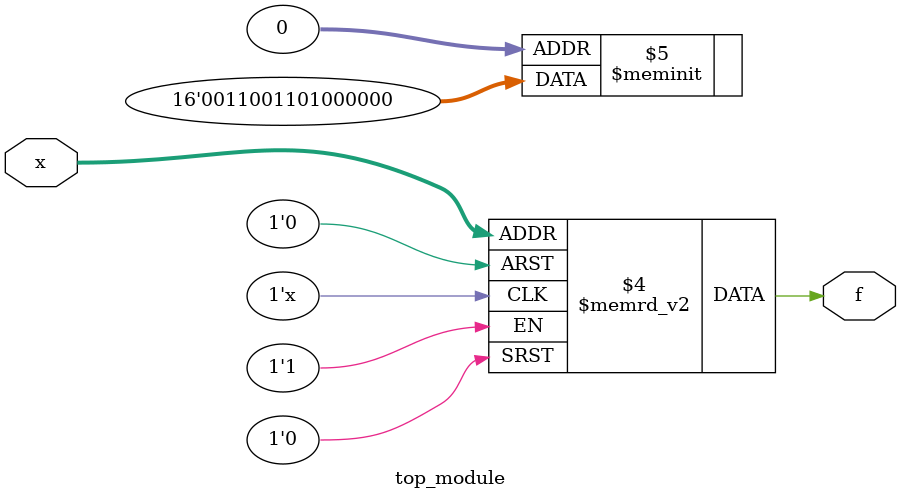
<source format=sv>
module top_module (
	input [4:1] x,
	output logic f
);

always @(*) begin
    case (x)
        4'b0000: f = 1'b0;  // don't-care, assuming 0
        4'b0001: f = 1'b0;
        4'b0010: f = 1'b0;  // don't-care, assuming 0
        4'b0011: f = 1'b0;  // don't-care, assuming 0
        4'b0100: f = 1'b0;
        4'b0101: f = 1'b0;  // don't-care, assuming 0
        4'b0110: f = 1'b1;
        4'b0111: f = 1'b0;
        4'b1000: f = 1'b1;
        4'b1001: f = 1'b1;
        4'b1010: f = 1'b0;
        4'b1011: f = 1'b0;  // don't-care, assuming 0
        4'b1100: f = 1'b1;
        4'b1101: f = 1'b1;
        4'b1110: f = 1'b0;  // don't-care, assuming 0
        4'b1111: f = 1'b0;  // don't-care, assuming 0
        default: f = 1'b0;  // Default case for any invalid input
    endcase
end

endmodule

</source>
